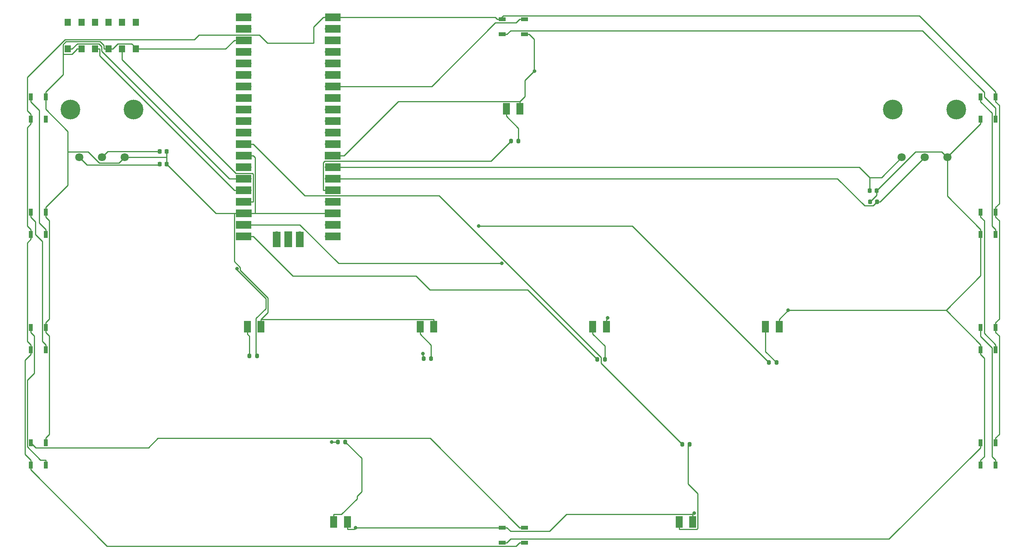
<source format=gtl>
G04 #@! TF.GenerationSoftware,KiCad,Pcbnew,7.0.8*
G04 #@! TF.CreationDate,2023-11-04T04:32:00-07:00*
G04 #@! TF.ProjectId,picovoltexv2,7069636f-766f-46c7-9465-7876322e6b69,rev?*
G04 #@! TF.SameCoordinates,Original*
G04 #@! TF.FileFunction,Copper,L1,Top*
G04 #@! TF.FilePolarity,Positive*
%FSLAX46Y46*%
G04 Gerber Fmt 4.6, Leading zero omitted, Abs format (unit mm)*
G04 Created by KiCad (PCBNEW 7.0.8) date 2023-11-04 04:32:00*
%MOMM*%
%LPD*%
G01*
G04 APERTURE LIST*
G04 Aperture macros list*
%AMRoundRect*
0 Rectangle with rounded corners*
0 $1 Rounding radius*
0 $2 $3 $4 $5 $6 $7 $8 $9 X,Y pos of 4 corners*
0 Add a 4 corners polygon primitive as box body*
4,1,4,$2,$3,$4,$5,$6,$7,$8,$9,$2,$3,0*
0 Add four circle primitives for the rounded corners*
1,1,$1+$1,$2,$3*
1,1,$1+$1,$4,$5*
1,1,$1+$1,$6,$7*
1,1,$1+$1,$8,$9*
0 Add four rect primitives between the rounded corners*
20,1,$1+$1,$2,$3,$4,$5,0*
20,1,$1+$1,$4,$5,$6,$7,0*
20,1,$1+$1,$6,$7,$8,$9,0*
20,1,$1+$1,$8,$9,$2,$3,0*%
G04 Aperture macros list end*
G04 #@! TA.AperFunction,SMDPad,CuDef*
%ADD10R,0.900000X1.500000*%
G04 #@! TD*
G04 #@! TA.AperFunction,SMDPad,CuDef*
%ADD11R,1.500000X0.900000*%
G04 #@! TD*
G04 #@! TA.AperFunction,ComponentPad*
%ADD12C,1.800000*%
G04 #@! TD*
G04 #@! TA.AperFunction,ComponentPad*
%ADD13C,4.350000*%
G04 #@! TD*
G04 #@! TA.AperFunction,SMDPad,CuDef*
%ADD14RoundRect,0.200000X-0.200000X-0.275000X0.200000X-0.275000X0.200000X0.275000X-0.200000X0.275000X0*%
G04 #@! TD*
G04 #@! TA.AperFunction,SMDPad,CuDef*
%ADD15RoundRect,0.200000X0.200000X0.275000X-0.200000X0.275000X-0.200000X-0.275000X0.200000X-0.275000X0*%
G04 #@! TD*
G04 #@! TA.AperFunction,SMDPad,CuDef*
%ADD16R,1.500000X2.600000*%
G04 #@! TD*
G04 #@! TA.AperFunction,SMDPad,CuDef*
%ADD17R,1.400000X1.650000*%
G04 #@! TD*
G04 #@! TA.AperFunction,SMDPad,CuDef*
%ADD18RoundRect,0.225000X0.225000X0.250000X-0.225000X0.250000X-0.225000X-0.250000X0.225000X-0.250000X0*%
G04 #@! TD*
G04 #@! TA.AperFunction,ComponentPad*
%ADD19O,1.700000X1.700000*%
G04 #@! TD*
G04 #@! TA.AperFunction,SMDPad,CuDef*
%ADD20R,3.500000X1.700000*%
G04 #@! TD*
G04 #@! TA.AperFunction,ComponentPad*
%ADD21R,1.700000X1.700000*%
G04 #@! TD*
G04 #@! TA.AperFunction,SMDPad,CuDef*
%ADD22R,1.700000X3.500000*%
G04 #@! TD*
G04 #@! TA.AperFunction,SMDPad,CuDef*
%ADD23RoundRect,0.225000X-0.225000X-0.250000X0.225000X-0.250000X0.225000X0.250000X-0.225000X0.250000X0*%
G04 #@! TD*
G04 #@! TA.AperFunction,ViaPad*
%ADD24C,0.800000*%
G04 #@! TD*
G04 #@! TA.AperFunction,Conductor*
%ADD25C,0.250000*%
G04 #@! TD*
G04 APERTURE END LIST*
D10*
X46250000Y-60870000D03*
X49550000Y-60870000D03*
X49550000Y-55970000D03*
X46250000Y-55970000D03*
X46250000Y-86270000D03*
X49550000Y-86270000D03*
X49550000Y-81370000D03*
X46250000Y-81370000D03*
X46250000Y-111670000D03*
X49550000Y-111670000D03*
X49550000Y-106770000D03*
X46250000Y-106770000D03*
X46250000Y-137070000D03*
X49550000Y-137070000D03*
X49550000Y-132170000D03*
X46250000Y-132170000D03*
D11*
X154850000Y-154170000D03*
X154850000Y-150870000D03*
X149950000Y-150870000D03*
X149950000Y-154170000D03*
D10*
X258550000Y-132170000D03*
X255250000Y-132170000D03*
X255250000Y-137070000D03*
X258550000Y-137070000D03*
X258550000Y-106770000D03*
X255250000Y-106770000D03*
X255250000Y-111670000D03*
X258550000Y-111670000D03*
X258550000Y-81370000D03*
X255250000Y-81370000D03*
X255250000Y-86270000D03*
X258550000Y-86270000D03*
X258550000Y-55970000D03*
X255250000Y-55970000D03*
X255250000Y-60870000D03*
X258550000Y-60870000D03*
D11*
X149950000Y-38870000D03*
X149950000Y-42170000D03*
X154850000Y-42170000D03*
X154850000Y-38870000D03*
D12*
X56900000Y-69320000D03*
X61900000Y-69320000D03*
X66900000Y-69320000D03*
D13*
X54950000Y-58820000D03*
X68850000Y-58820000D03*
D14*
X94375000Y-113020000D03*
X96025000Y-113020000D03*
D15*
X153570000Y-65720000D03*
X151920000Y-65720000D03*
X172545000Y-113820000D03*
X170895000Y-113820000D03*
D16*
X188900000Y-149600000D03*
X191900000Y-149600000D03*
D12*
X237900000Y-69320000D03*
X242900000Y-69320000D03*
X247900000Y-69320000D03*
D13*
X235950000Y-58820000D03*
X249850000Y-58820000D03*
D17*
X54400000Y-45445000D03*
X54400000Y-39595000D03*
X57400000Y-45445000D03*
X57400000Y-39595000D03*
D18*
X232450000Y-79120000D03*
X230900000Y-79120000D03*
D16*
X169900000Y-106600000D03*
X172900000Y-106600000D03*
X112900000Y-149600000D03*
X115900000Y-149600000D03*
D18*
X76175000Y-70820000D03*
X74625000Y-70820000D03*
D15*
X115470000Y-132020000D03*
X113820000Y-132020000D03*
X134345000Y-113620000D03*
X132695000Y-113620000D03*
D19*
X94010000Y-38445000D03*
D20*
X93110000Y-38445000D03*
D19*
X94010000Y-40985000D03*
D20*
X93110000Y-40985000D03*
D21*
X94010000Y-43525000D03*
D20*
X93110000Y-43525000D03*
D19*
X94010000Y-46065000D03*
D20*
X93110000Y-46065000D03*
D19*
X94010000Y-48605000D03*
D20*
X93110000Y-48605000D03*
D19*
X94010000Y-51145000D03*
D20*
X93110000Y-51145000D03*
D19*
X94010000Y-53685000D03*
D20*
X93110000Y-53685000D03*
D21*
X94010000Y-56225000D03*
D20*
X93110000Y-56225000D03*
D19*
X94010000Y-58765000D03*
D20*
X93110000Y-58765000D03*
D19*
X94010000Y-61305000D03*
D20*
X93110000Y-61305000D03*
D19*
X94010000Y-63845000D03*
D20*
X93110000Y-63845000D03*
D19*
X94010000Y-66385000D03*
D20*
X93110000Y-66385000D03*
D21*
X94010000Y-68925000D03*
D20*
X93110000Y-68925000D03*
D19*
X94010000Y-71465000D03*
D20*
X93110000Y-71465000D03*
D19*
X94010000Y-74005000D03*
D20*
X93110000Y-74005000D03*
D19*
X94010000Y-76545000D03*
D20*
X93110000Y-76545000D03*
D19*
X94010000Y-79085000D03*
D20*
X93110000Y-79085000D03*
D21*
X94010000Y-81625000D03*
D20*
X93110000Y-81625000D03*
D19*
X94010000Y-84165000D03*
D20*
X93110000Y-84165000D03*
D19*
X94010000Y-86705000D03*
D20*
X93110000Y-86705000D03*
D19*
X111790000Y-86705000D03*
D20*
X112690000Y-86705000D03*
D19*
X111790000Y-84165000D03*
D20*
X112690000Y-84165000D03*
D21*
X111790000Y-81625000D03*
D20*
X112690000Y-81625000D03*
D19*
X111790000Y-79085000D03*
D20*
X112690000Y-79085000D03*
D19*
X111790000Y-76545000D03*
D20*
X112690000Y-76545000D03*
D19*
X111790000Y-74005000D03*
D20*
X112690000Y-74005000D03*
D19*
X111790000Y-71465000D03*
D20*
X112690000Y-71465000D03*
D21*
X111790000Y-68925000D03*
D20*
X112690000Y-68925000D03*
D19*
X111790000Y-66385000D03*
D20*
X112690000Y-66385000D03*
D19*
X111790000Y-63845000D03*
D20*
X112690000Y-63845000D03*
D19*
X111790000Y-61305000D03*
D20*
X112690000Y-61305000D03*
D19*
X111790000Y-58765000D03*
D20*
X112690000Y-58765000D03*
D21*
X111790000Y-56225000D03*
D20*
X112690000Y-56225000D03*
D19*
X111790000Y-53685000D03*
D20*
X112690000Y-53685000D03*
D19*
X111790000Y-51145000D03*
D20*
X112690000Y-51145000D03*
D19*
X111790000Y-48605000D03*
D20*
X112690000Y-48605000D03*
D19*
X111790000Y-46065000D03*
D20*
X112690000Y-46065000D03*
D21*
X111790000Y-43525000D03*
D20*
X112690000Y-43525000D03*
D19*
X111790000Y-40985000D03*
D20*
X112690000Y-40985000D03*
D19*
X111790000Y-38445000D03*
D20*
X112690000Y-38445000D03*
D19*
X100360000Y-86475000D03*
D22*
X100360000Y-87375000D03*
D21*
X102900000Y-86475000D03*
D22*
X102900000Y-87375000D03*
D19*
X105440000Y-86475000D03*
D22*
X105440000Y-87375000D03*
D16*
X150900000Y-58600000D03*
X153900000Y-58600000D03*
D17*
X60370000Y-45445000D03*
X60370000Y-39595000D03*
X63370000Y-45445000D03*
X63370000Y-39595000D03*
D15*
X191245000Y-132520000D03*
X189595000Y-132520000D03*
D17*
X66340000Y-45445000D03*
X66340000Y-39595000D03*
X69340000Y-45445000D03*
X69340000Y-39595000D03*
D15*
X210325000Y-114520000D03*
X208675000Y-114520000D03*
D18*
X232375000Y-76620000D03*
X230825000Y-76620000D03*
D16*
X131900000Y-106600000D03*
X134900000Y-106600000D03*
D23*
X74625000Y-68020000D03*
X76175000Y-68020000D03*
D16*
X207900000Y-106600000D03*
X210900000Y-106600000D03*
X93900000Y-106600000D03*
X96900000Y-106600000D03*
D24*
X144824900Y-84437700D03*
X91615400Y-93840500D03*
X112492600Y-132020000D03*
X132550700Y-112530600D03*
X149929800Y-92641200D03*
X117734000Y-150870000D03*
X173140300Y-104689400D03*
X157058500Y-50295900D03*
X192199600Y-147697500D03*
X212877200Y-102994600D03*
D25*
X46250000Y-60870000D02*
X46250000Y-59793100D01*
X45473100Y-59016200D02*
X45473100Y-51674400D01*
X46250000Y-59793100D02*
X45473100Y-59016200D01*
X45473100Y-51674400D02*
X53794800Y-43352700D01*
X53794800Y-43352700D02*
X82226500Y-43352700D01*
X82226500Y-43352700D02*
X83229200Y-42350000D01*
X83229200Y-42350000D02*
X96530000Y-42350000D01*
X96530000Y-42350000D02*
X98320000Y-44140000D01*
X110613100Y-38445000D02*
X111790000Y-38445000D01*
X98320000Y-44140000D02*
X108480000Y-44140000D01*
X108480000Y-44140000D02*
X108480000Y-40578100D01*
X108480000Y-40578100D02*
X110613100Y-38445000D01*
X94010000Y-79085000D02*
X95186900Y-79085000D01*
X66340000Y-47767800D02*
X66340000Y-45445000D01*
X91397300Y-72825100D02*
X66340000Y-47767800D01*
X94992400Y-72825100D02*
X91397300Y-72825100D01*
X95186900Y-73019600D02*
X94992400Y-72825100D01*
X95186900Y-79085000D02*
X95186900Y-73019600D01*
X61396900Y-46908800D02*
X61396900Y-45445000D01*
X91033100Y-76545000D02*
X61396900Y-46908800D01*
X94010000Y-76545000D02*
X91033100Y-76545000D01*
X60370000Y-45445000D02*
X61396900Y-45445000D01*
X48115900Y-83759000D02*
X49550000Y-85193100D01*
X48115900Y-58912800D02*
X48115900Y-83759000D01*
X46250000Y-57046900D02*
X48115900Y-58912800D01*
X46250000Y-55970000D02*
X46250000Y-57046900D01*
X49550000Y-86270000D02*
X49550000Y-85193100D01*
X111790000Y-76545000D02*
X110613100Y-76545000D01*
X110613100Y-70437800D02*
X110613100Y-76545000D01*
X110949000Y-70101900D02*
X110613100Y-70437800D01*
X147538100Y-70101900D02*
X110949000Y-70101900D01*
X151920000Y-65720000D02*
X147538100Y-70101900D01*
X49550000Y-111670000D02*
X49550000Y-110593100D01*
X46250000Y-81370000D02*
X46250000Y-82446900D01*
X48773100Y-109816200D02*
X49550000Y-110593100D01*
X48773100Y-87794500D02*
X48773100Y-109816200D01*
X47301800Y-86323200D02*
X48773100Y-87794500D01*
X47301800Y-83498700D02*
X47301800Y-86323200D01*
X46250000Y-82446900D02*
X47301800Y-83498700D01*
X47026900Y-108623800D02*
X46250000Y-107846900D01*
X47026900Y-116821500D02*
X47026900Y-108623800D01*
X45473100Y-118375300D02*
X47026900Y-116821500D01*
X45473100Y-133055400D02*
X45473100Y-118375300D01*
X48410800Y-135993100D02*
X45473100Y-133055400D01*
X49550000Y-135993100D02*
X48410800Y-135993100D01*
X49550000Y-137070000D02*
X49550000Y-135993100D01*
X46250000Y-106770000D02*
X46250000Y-107846900D01*
X47326900Y-133246900D02*
X46250000Y-132170000D01*
X72190900Y-133246900D02*
X47326900Y-133246900D01*
X74228000Y-131209800D02*
X72190900Y-133246900D01*
X134112900Y-131209800D02*
X74228000Y-131209800D01*
X153773100Y-150870000D02*
X134112900Y-131209800D01*
X154850000Y-150870000D02*
X153773100Y-150870000D01*
X235103800Y-153393100D02*
X255250000Y-133246900D01*
X151803800Y-153393100D02*
X235103800Y-153393100D01*
X151026900Y-154170000D02*
X151803800Y-153393100D01*
X149950000Y-154170000D02*
X151026900Y-154170000D01*
X255250000Y-132170000D02*
X255250000Y-133246900D01*
X258550000Y-137070000D02*
X258550000Y-135993100D01*
X255250000Y-108713100D02*
X255250000Y-106770000D01*
X257773100Y-111236200D02*
X255250000Y-108713100D01*
X257773100Y-135216200D02*
X257773100Y-111236200D01*
X258550000Y-135993100D02*
X257773100Y-135216200D01*
X256026900Y-108070000D02*
X258550000Y-110593100D01*
X256026900Y-83223800D02*
X256026900Y-108070000D01*
X255250000Y-82446900D02*
X256026900Y-83223800D01*
X255250000Y-81370000D02*
X255250000Y-82446900D01*
X258550000Y-111670000D02*
X258550000Y-110593100D01*
X257773100Y-84416200D02*
X258550000Y-85193100D01*
X257773100Y-59570000D02*
X257773100Y-84416200D01*
X255250000Y-57046900D02*
X257773100Y-59570000D01*
X258550000Y-86270000D02*
X258550000Y-85193100D01*
X255250000Y-55970000D02*
X255250000Y-57046900D01*
X258550000Y-58474700D02*
X258550000Y-60870000D01*
X256026900Y-55951600D02*
X258550000Y-58474700D01*
X256026900Y-55006900D02*
X256026900Y-55951600D01*
X242413100Y-41393100D02*
X256026900Y-55006900D01*
X151803800Y-41393100D02*
X242413100Y-41393100D01*
X151026900Y-42170000D02*
X151803800Y-41393100D01*
X149950000Y-42170000D02*
X151026900Y-42170000D01*
X259326900Y-104916200D02*
X258550000Y-105693100D01*
X259326900Y-83223800D02*
X259326900Y-104916200D01*
X258550000Y-82446900D02*
X259326900Y-83223800D01*
X258550000Y-81370000D02*
X258550000Y-82446900D01*
X258550000Y-106770000D02*
X258550000Y-105693100D01*
X45473100Y-62723800D02*
X46250000Y-61946900D01*
X45473100Y-84416200D02*
X45473100Y-62723800D01*
X46250000Y-85193100D02*
X45473100Y-84416200D01*
X46250000Y-60870000D02*
X46250000Y-61946900D01*
X44974800Y-134717900D02*
X46250000Y-135993100D01*
X44974800Y-114022100D02*
X44974800Y-134717900D01*
X46250000Y-112746900D02*
X44974800Y-114022100D01*
X46250000Y-111670000D02*
X46250000Y-112746900D01*
X46250000Y-137070000D02*
X46250000Y-135993100D01*
X63050000Y-154946900D02*
X46250000Y-138146900D01*
X152996200Y-154946900D02*
X63050000Y-154946900D01*
X153773100Y-154170000D02*
X152996200Y-154946900D01*
X154850000Y-154170000D02*
X153773100Y-154170000D01*
X46250000Y-137070000D02*
X46250000Y-138146900D01*
X46250000Y-85731500D02*
X46250000Y-85193100D01*
X46250000Y-85731500D02*
X46250000Y-86270000D01*
X45473100Y-109816200D02*
X46250000Y-110593100D01*
X45473100Y-88123800D02*
X45473100Y-109816200D01*
X46250000Y-87346900D02*
X45473100Y-88123800D01*
X46250000Y-86270000D02*
X46250000Y-87346900D01*
X46250000Y-111670000D02*
X46250000Y-110593100D01*
X259326900Y-108623800D02*
X258550000Y-107846900D01*
X259326900Y-130316200D02*
X259326900Y-108623800D01*
X258550000Y-131093100D02*
X259326900Y-130316200D01*
X258550000Y-132170000D02*
X258550000Y-131093100D01*
X258550000Y-106770000D02*
X258550000Y-107846900D01*
X259326900Y-79516200D02*
X258550000Y-80293100D01*
X259326900Y-57823800D02*
X259326900Y-79516200D01*
X258550000Y-57046900D02*
X259326900Y-57823800D01*
X258550000Y-55970000D02*
X258550000Y-57046900D01*
X258550000Y-81370000D02*
X258550000Y-80293100D01*
X149950000Y-38870000D02*
X149411600Y-38870000D01*
X149411600Y-38870000D02*
X148873100Y-38870000D01*
X241750000Y-38093100D02*
X258550000Y-54893100D01*
X150188500Y-38093100D02*
X241750000Y-38093100D01*
X149411600Y-38870000D02*
X150188500Y-38093100D01*
X258550000Y-55970000D02*
X258550000Y-54893100D01*
X148448100Y-38445000D02*
X111790000Y-38445000D01*
X148873100Y-38870000D02*
X148448100Y-38445000D01*
X152996200Y-39646900D02*
X153773100Y-38870000D01*
X148490500Y-39646900D02*
X152996200Y-39646900D01*
X134452400Y-53685000D02*
X148490500Y-39646900D01*
X111790000Y-53685000D02*
X134452400Y-53685000D01*
X154850000Y-38870000D02*
X153773100Y-38870000D01*
X233100000Y-79120000D02*
X232450000Y-79120000D01*
X242900000Y-69320000D02*
X233100000Y-79120000D01*
X231614700Y-79955300D02*
X232450000Y-79120000D01*
X229700600Y-79955300D02*
X231614700Y-79955300D01*
X223750300Y-74005000D02*
X229700600Y-79955300D01*
X111790000Y-74005000D02*
X223750300Y-74005000D01*
X63200000Y-68020000D02*
X74625000Y-68020000D01*
X61900000Y-69320000D02*
X63200000Y-68020000D01*
X54400000Y-45445000D02*
X55426900Y-45445000D01*
X89942100Y-74005000D02*
X94010000Y-74005000D01*
X61870000Y-45932900D02*
X89942100Y-74005000D01*
X61870000Y-44908000D02*
X61870000Y-45932900D01*
X61241500Y-44279500D02*
X61870000Y-44908000D01*
X56464000Y-44279500D02*
X61241500Y-44279500D01*
X55426900Y-45316600D02*
X56464000Y-44279500D01*
X55426900Y-45445000D02*
X55426900Y-45316600D01*
X178592700Y-84437700D02*
X208675000Y-114520000D01*
X144824900Y-84437700D02*
X178592700Y-84437700D01*
X155591900Y-98516900D02*
X170895000Y-113820000D01*
X134030500Y-98516900D02*
X155591900Y-98516900D01*
X130986400Y-95472800D02*
X134030500Y-98516900D01*
X103954700Y-95472800D02*
X130986400Y-95472800D01*
X95186900Y-86705000D02*
X103954700Y-95472800D01*
X94010000Y-86705000D02*
X95186900Y-86705000D01*
X95823100Y-112818100D02*
X96025000Y-113020000D01*
X95823100Y-104760500D02*
X95823100Y-112818100D01*
X97971600Y-102612000D02*
X95823100Y-104760500D01*
X97971600Y-100455900D02*
X97971600Y-102612000D01*
X91615400Y-94099700D02*
X97971600Y-100455900D01*
X91615400Y-93840500D02*
X91615400Y-94099700D01*
X230825000Y-73754500D02*
X230825000Y-76620000D01*
X228535500Y-71465000D02*
X230825000Y-73754500D01*
X111790000Y-71465000D02*
X228535500Y-71465000D01*
X233465500Y-73754500D02*
X237900000Y-69320000D01*
X230825000Y-73754500D02*
X233465500Y-73754500D01*
X74440300Y-71004700D02*
X74625000Y-70820000D01*
X58584700Y-71004700D02*
X74440300Y-71004700D01*
X56900000Y-69320000D02*
X58584700Y-71004700D01*
X192786700Y-151226900D02*
X188900000Y-151226900D01*
X193004700Y-151008900D02*
X192786700Y-151226900D01*
X193004700Y-143361600D02*
X193004700Y-151008900D01*
X190855700Y-141212600D02*
X193004700Y-143361600D01*
X190855700Y-132909300D02*
X190855700Y-141212600D01*
X191245000Y-132520000D02*
X190855700Y-132909300D01*
X188900000Y-149600000D02*
X188900000Y-151226900D01*
X119030100Y-135580100D02*
X115470000Y-132020000D01*
X119030100Y-142916700D02*
X119030100Y-135580100D01*
X118028100Y-143918700D02*
X119030100Y-142916700D01*
X118028100Y-144527600D02*
X118028100Y-143918700D01*
X114582600Y-147973100D02*
X118028100Y-144527600D01*
X112900000Y-147973100D02*
X114582600Y-147973100D01*
X112900000Y-149600000D02*
X112900000Y-147973100D01*
X207900000Y-112095000D02*
X210325000Y-114520000D01*
X207900000Y-106600000D02*
X207900000Y-112095000D01*
X172545000Y-110871900D02*
X172545000Y-113820000D01*
X169900000Y-108226900D02*
X172545000Y-110871900D01*
X169900000Y-106600000D02*
X169900000Y-108226900D01*
X134345000Y-110671900D02*
X131900000Y-108226900D01*
X134345000Y-113620000D02*
X134345000Y-110671900D01*
X131900000Y-106600000D02*
X131900000Y-108226900D01*
X94375000Y-108701900D02*
X94375000Y-113020000D01*
X93900000Y-108226900D02*
X94375000Y-108701900D01*
X93900000Y-106600000D02*
X93900000Y-108226900D01*
X153570000Y-62896900D02*
X153570000Y-65720000D01*
X150900000Y-60226900D02*
X153570000Y-62896900D01*
X150900000Y-58600000D02*
X150900000Y-60226900D01*
X171720000Y-114645000D02*
X189595000Y-132520000D01*
X171720000Y-113351900D02*
X171720000Y-114645000D01*
X136090000Y-77721900D02*
X171720000Y-113351900D01*
X106523800Y-77721900D02*
X136090000Y-77721900D01*
X95186900Y-66385000D02*
X106523800Y-77721900D01*
X94010000Y-66385000D02*
X95186900Y-66385000D01*
X113820000Y-132020000D02*
X112492600Y-132020000D01*
X132550700Y-113475700D02*
X132550700Y-112530600D01*
X132695000Y-113620000D02*
X132550700Y-113475700D01*
X94010000Y-84165000D02*
X95186900Y-84165000D01*
X113957000Y-92641200D02*
X149929800Y-92641200D01*
X105480800Y-84165000D02*
X113957000Y-92641200D01*
X95186900Y-84165000D02*
X105480800Y-84165000D01*
X153900000Y-58600000D02*
X153900000Y-56973100D01*
X154850000Y-42170000D02*
X155926900Y-42170000D01*
X115900000Y-149600000D02*
X115900000Y-151226900D01*
X149950000Y-150870000D02*
X148873100Y-150870000D01*
X117734000Y-150870000D02*
X148873100Y-150870000D01*
X117377100Y-151226900D02*
X115900000Y-151226900D01*
X117734000Y-150870000D02*
X117377100Y-151226900D01*
X172900000Y-106600000D02*
X172900000Y-104973100D01*
X115169200Y-68925000D02*
X111790000Y-68925000D01*
X127121100Y-56973100D02*
X115169200Y-68925000D01*
X153900000Y-56973100D02*
X127121100Y-56973100D01*
X173140300Y-104732800D02*
X172900000Y-104973100D01*
X173140300Y-104689400D02*
X173140300Y-104732800D01*
X76175000Y-70820000D02*
X76175000Y-69320000D01*
X76175000Y-69320000D02*
X76175000Y-68020000D01*
X157021400Y-50295900D02*
X157058500Y-50295900D01*
X157021400Y-43264500D02*
X157021400Y-50295900D01*
X155926900Y-42170000D02*
X157021400Y-43264500D01*
X154976900Y-55896200D02*
X153900000Y-56973100D01*
X154976900Y-52340400D02*
X154976900Y-55896200D01*
X157021400Y-50295900D02*
X154976900Y-52340400D01*
X255250000Y-86270000D02*
X255250000Y-87346900D01*
X94010000Y-68925000D02*
X95186900Y-68925000D01*
X255250000Y-86270000D02*
X255250000Y-85193100D01*
X96901500Y-104973100D02*
X96900000Y-104974600D01*
X134900000Y-104973100D02*
X96901500Y-104973100D01*
X96900000Y-106600000D02*
X96900000Y-104974600D01*
X96900000Y-104974600D02*
X96900000Y-104973100D01*
X134900000Y-106600000D02*
X134900000Y-104973100D01*
X50326900Y-104916200D02*
X49550000Y-105693100D01*
X50326900Y-83223800D02*
X50326900Y-104916200D01*
X49550000Y-82446900D02*
X50326900Y-83223800D01*
X49550000Y-81370000D02*
X49550000Y-82446900D01*
X49550000Y-106770000D02*
X49550000Y-105693100D01*
X50326900Y-108623800D02*
X49550000Y-107846900D01*
X50326900Y-130316200D02*
X50326900Y-108623800D01*
X49550000Y-131093100D02*
X50326900Y-130316200D01*
X49550000Y-132170000D02*
X49550000Y-131093100D01*
X49550000Y-106770000D02*
X49550000Y-107846900D01*
X76175000Y-69320000D02*
X66900000Y-69320000D01*
X49550000Y-81370000D02*
X49550000Y-80293100D01*
X65673100Y-70546900D02*
X66900000Y-69320000D01*
X61362100Y-70546900D02*
X65673100Y-70546900D01*
X58887400Y-68072200D02*
X61362100Y-70546900D01*
X54424300Y-68072200D02*
X58887400Y-68072200D01*
X54424300Y-75418800D02*
X49550000Y-80293100D01*
X54424300Y-68072200D02*
X54424300Y-75418800D01*
X210900000Y-106600000D02*
X210900000Y-104973100D01*
X247900000Y-77843100D02*
X247900000Y-69320000D01*
X255250000Y-85193100D02*
X247900000Y-77843100D01*
X256026900Y-135216200D02*
X255250000Y-135993100D01*
X256026900Y-113523800D02*
X256026900Y-135216200D01*
X255250000Y-112746900D02*
X256026900Y-113523800D01*
X255250000Y-111670000D02*
X255250000Y-112746900D01*
X255250000Y-137070000D02*
X255250000Y-135993100D01*
X191900000Y-149600000D02*
X191900000Y-147973100D01*
X232375000Y-77645000D02*
X230900000Y-79120000D01*
X232375000Y-76620000D02*
X232375000Y-77645000D01*
X255250000Y-111670000D02*
X255250000Y-110593100D01*
X247651500Y-102994500D02*
X255250000Y-110593100D01*
X255250000Y-95396000D02*
X255250000Y-87346900D01*
X247651500Y-102994500D02*
X255250000Y-95396000D01*
X89113100Y-45445000D02*
X91033100Y-43525000D01*
X70366900Y-45445000D02*
X89113100Y-45445000D01*
X94010000Y-43525000D02*
X91033100Y-43525000D01*
X91010900Y-92208000D02*
X91010900Y-81625000D01*
X92342300Y-93539400D02*
X91010900Y-92208000D01*
X92342300Y-94181200D02*
X92342300Y-93539400D01*
X98425700Y-100264600D02*
X92342300Y-94181200D01*
X98425700Y-103447400D02*
X98425700Y-100264600D01*
X96900000Y-104973100D02*
X98425700Y-103447400D01*
X94010000Y-81625000D02*
X91010900Y-81625000D01*
X86980000Y-81625000D02*
X76175000Y-70820000D01*
X91010900Y-81625000D02*
X86980000Y-81625000D01*
X95638800Y-69376900D02*
X95186900Y-68925000D01*
X95638800Y-81625000D02*
X95638800Y-69376900D01*
X111790000Y-81625000D02*
X95638800Y-81625000D01*
X95638800Y-81625000D02*
X94010000Y-81625000D01*
X149950000Y-150870000D02*
X151026900Y-150870000D01*
X192175600Y-147697500D02*
X191900000Y-147973100D01*
X192199600Y-147697500D02*
X192175600Y-147697500D01*
X151803800Y-151646900D02*
X151026900Y-150870000D01*
X160402100Y-151646900D02*
X151803800Y-151646900D01*
X164075900Y-147973100D02*
X160402100Y-151646900D01*
X191900000Y-147973100D02*
X164075900Y-147973100D01*
X255250000Y-60870000D02*
X255250000Y-61946900D01*
X255250000Y-61946900D02*
X247888500Y-69308400D01*
X247900000Y-69320000D02*
X247888500Y-69308400D01*
X240907300Y-68087700D02*
X232375000Y-76620000D01*
X246667700Y-68087700D02*
X240907300Y-68087700D01*
X247888500Y-69308400D02*
X246667700Y-68087700D01*
X247651400Y-102994600D02*
X212877200Y-102994600D01*
X247651500Y-102994500D02*
X247651400Y-102994600D01*
X210900000Y-104971800D02*
X210900000Y-104973100D01*
X212877200Y-102994600D02*
X210900000Y-104971800D01*
X69853500Y-45445000D02*
X69847200Y-45445000D01*
X69853500Y-45445000D02*
X70366900Y-45445000D01*
X49550000Y-58734800D02*
X49550000Y-55970000D01*
X54424300Y-63609100D02*
X49550000Y-58734800D01*
X54424300Y-68072200D02*
X54424300Y-63609100D01*
X49550000Y-55970000D02*
X49550000Y-54893100D01*
X69340000Y-45445000D02*
X69593600Y-45445000D01*
X69593600Y-45445000D02*
X69847200Y-45445000D01*
X64396900Y-45316600D02*
X64396900Y-45445000D01*
X65420400Y-44293100D02*
X64396900Y-45316600D01*
X68441700Y-44293100D02*
X65420400Y-44293100D01*
X69593600Y-45445000D02*
X68441700Y-44293100D01*
X63370000Y-45445000D02*
X64396900Y-45445000D01*
X63370000Y-45445000D02*
X62343100Y-45445000D01*
X62343100Y-44674800D02*
X62343100Y-45445000D01*
X61472900Y-43804600D02*
X62343100Y-44674800D01*
X53982000Y-43804600D02*
X61472900Y-43804600D01*
X53335200Y-44451400D02*
X53982000Y-43804600D01*
X53335200Y-46604900D02*
X53335200Y-44451400D01*
X53335200Y-51107900D02*
X53335200Y-46604900D01*
X49550000Y-54893100D02*
X53335200Y-51107900D01*
X56373100Y-45573400D02*
X56373100Y-45445000D01*
X55341600Y-46604900D02*
X56373100Y-45573400D01*
X53335200Y-46604900D02*
X55341600Y-46604900D01*
X57400000Y-45445000D02*
X56373100Y-45445000D01*
M02*

</source>
